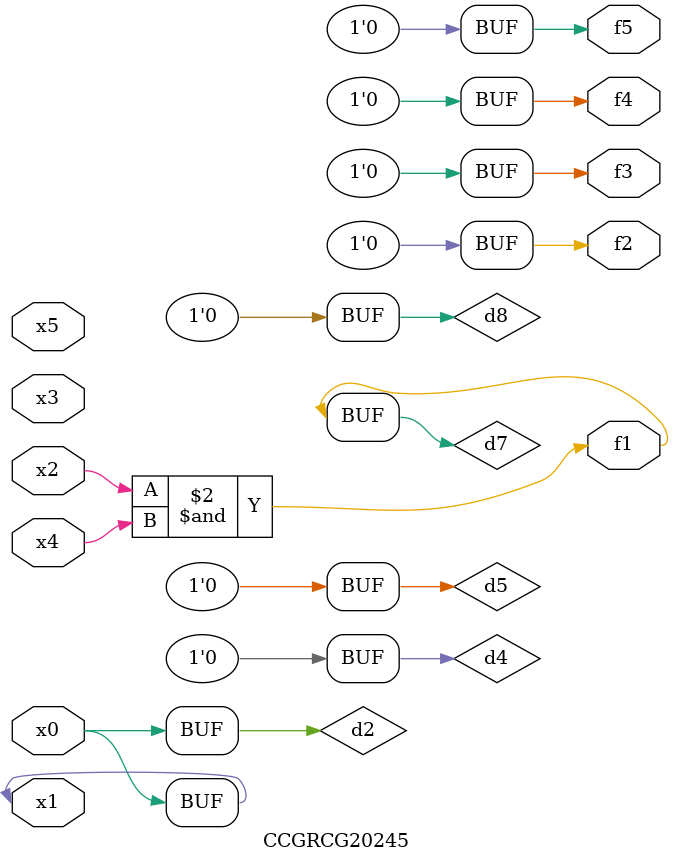
<source format=v>
module CCGRCG20245(
	input x0, x1, x2, x3, x4, x5,
	output f1, f2, f3, f4, f5
);

	wire d1, d2, d3, d4, d5, d6, d7, d8, d9;

	nand (d1, x1);
	buf (d2, x0, x1);
	nand (d3, x2, x4);
	and (d4, d1, d2);
	and (d5, d1, d2);
	nand (d6, d1, d3);
	not (d7, d3);
	xor (d8, d5);
	nor (d9, d5, d6);
	assign f1 = d7;
	assign f2 = d8;
	assign f3 = d8;
	assign f4 = d8;
	assign f5 = d8;
endmodule

</source>
